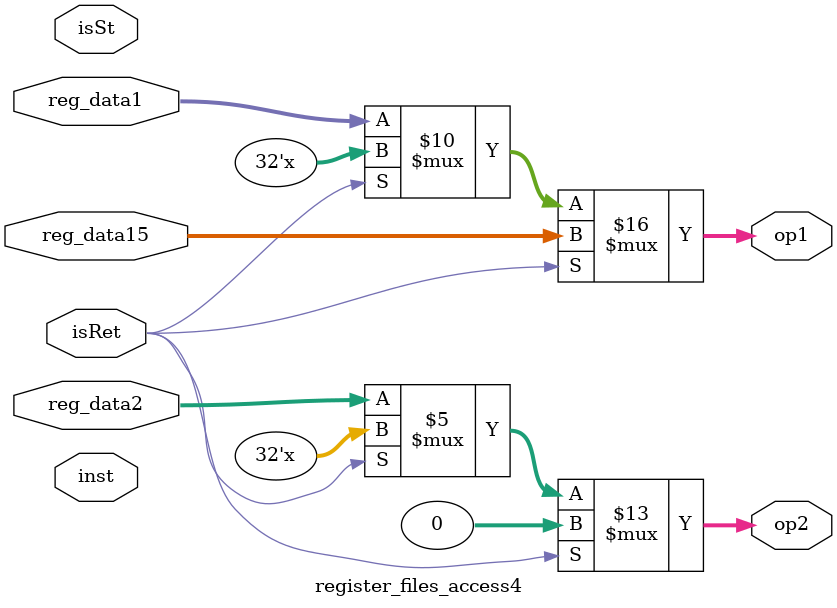
<source format=v>
module register_files_access4 (
    input [31:0] inst,
    input isRet,
    input isSt,
    input [31:0] reg_data1,
    input [31:0] reg_data2,
    input [31:0] reg_data15,
    output reg [31:0] op1,
    output reg [31:0] op2
);

    always @(*) begin
        if (isRet) begin
            op1 = reg_data15;  // Return address from R15
            op2 = 32'h0;
        end else if (isSt) begin
            op1 = reg_data1;   // Base register
            op2 = reg_data2;   // Store data
        end else begin
            op1 = reg_data1;   // First operand
            op2 = reg_data2;   // Second operand
        end
    end

endmodule

</source>
